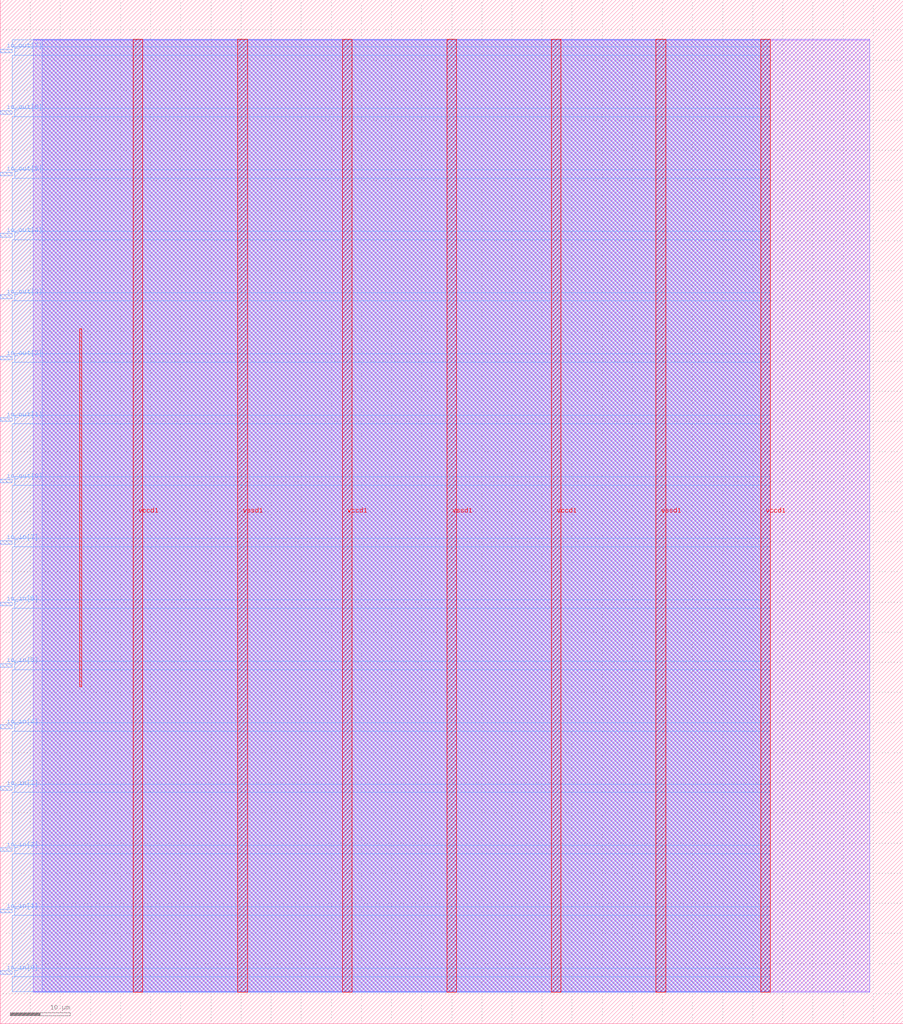
<source format=lef>
VERSION 5.7 ;
  NOWIREEXTENSIONATPIN ON ;
  DIVIDERCHAR "/" ;
  BUSBITCHARS "[]" ;
MACRO vaishnavachath_rotary_toplevel
  CLASS BLOCK ;
  FOREIGN vaishnavachath_rotary_toplevel ;
  ORIGIN 0.000 0.000 ;
  SIZE 150.000 BY 170.000 ;
  PIN io_in[0]
    DIRECTION INPUT ;
    USE SIGNAL ;
    PORT
      LAYER met3 ;
        RECT 0.000 8.200 2.000 8.800 ;
    END
  END io_in[0]
  PIN io_in[1]
    DIRECTION INPUT ;
    USE SIGNAL ;
    PORT
      LAYER met3 ;
        RECT 0.000 18.400 2.000 19.000 ;
    END
  END io_in[1]
  PIN io_in[2]
    DIRECTION INPUT ;
    USE SIGNAL ;
    PORT
      LAYER met3 ;
        RECT 0.000 28.600 2.000 29.200 ;
    END
  END io_in[2]
  PIN io_in[3]
    DIRECTION INPUT ;
    USE SIGNAL ;
    PORT
      LAYER met3 ;
        RECT 0.000 38.800 2.000 39.400 ;
    END
  END io_in[3]
  PIN io_in[4]
    DIRECTION INPUT ;
    USE SIGNAL ;
    PORT
      LAYER met3 ;
        RECT 0.000 49.000 2.000 49.600 ;
    END
  END io_in[4]
  PIN io_in[5]
    DIRECTION INPUT ;
    USE SIGNAL ;
    PORT
      LAYER met3 ;
        RECT 0.000 59.200 2.000 59.800 ;
    END
  END io_in[5]
  PIN io_in[6]
    DIRECTION INPUT ;
    USE SIGNAL ;
    PORT
      LAYER met3 ;
        RECT 0.000 69.400 2.000 70.000 ;
    END
  END io_in[6]
  PIN io_in[7]
    DIRECTION INPUT ;
    USE SIGNAL ;
    PORT
      LAYER met3 ;
        RECT 0.000 79.600 2.000 80.200 ;
    END
  END io_in[7]
  PIN io_out[0]
    DIRECTION OUTPUT TRISTATE ;
    USE SIGNAL ;
    PORT
      LAYER met3 ;
        RECT 0.000 89.800 2.000 90.400 ;
    END
  END io_out[0]
  PIN io_out[1]
    DIRECTION OUTPUT TRISTATE ;
    USE SIGNAL ;
    PORT
      LAYER met3 ;
        RECT 0.000 100.000 2.000 100.600 ;
    END
  END io_out[1]
  PIN io_out[2]
    DIRECTION OUTPUT TRISTATE ;
    USE SIGNAL ;
    PORT
      LAYER met3 ;
        RECT 0.000 110.200 2.000 110.800 ;
    END
  END io_out[2]
  PIN io_out[3]
    DIRECTION OUTPUT TRISTATE ;
    USE SIGNAL ;
    PORT
      LAYER met3 ;
        RECT 0.000 120.400 2.000 121.000 ;
    END
  END io_out[3]
  PIN io_out[4]
    DIRECTION OUTPUT TRISTATE ;
    USE SIGNAL ;
    PORT
      LAYER met3 ;
        RECT 0.000 130.600 2.000 131.200 ;
    END
  END io_out[4]
  PIN io_out[5]
    DIRECTION OUTPUT TRISTATE ;
    USE SIGNAL ;
    PORT
      LAYER met3 ;
        RECT 0.000 140.800 2.000 141.400 ;
    END
  END io_out[5]
  PIN io_out[6]
    DIRECTION OUTPUT TRISTATE ;
    USE SIGNAL ;
    PORT
      LAYER met3 ;
        RECT 0.000 151.000 2.000 151.600 ;
    END
  END io_out[6]
  PIN io_out[7]
    DIRECTION OUTPUT TRISTATE ;
    USE SIGNAL ;
    PORT
      LAYER met3 ;
        RECT 0.000 161.200 2.000 161.800 ;
    END
  END io_out[7]
  PIN vccd1
    DIRECTION INOUT ;
    USE POWER ;
    PORT
      LAYER met4 ;
        RECT 22.090 5.200 23.690 163.440 ;
    END
    PORT
      LAYER met4 ;
        RECT 56.830 5.200 58.430 163.440 ;
    END
    PORT
      LAYER met4 ;
        RECT 91.570 5.200 93.170 163.440 ;
    END
    PORT
      LAYER met4 ;
        RECT 126.310 5.200 127.910 163.440 ;
    END
  END vccd1
  PIN vssd1
    DIRECTION INOUT ;
    USE GROUND ;
    PORT
      LAYER met4 ;
        RECT 39.460 5.200 41.060 163.440 ;
    END
    PORT
      LAYER met4 ;
        RECT 74.200 5.200 75.800 163.440 ;
    END
    PORT
      LAYER met4 ;
        RECT 108.940 5.200 110.540 163.440 ;
    END
  END vssd1
  OBS
      LAYER li1 ;
        RECT 5.520 5.355 144.440 163.285 ;
      LAYER met1 ;
        RECT 5.520 5.200 144.440 163.440 ;
      LAYER met2 ;
        RECT 6.990 5.255 127.880 163.385 ;
      LAYER met3 ;
        RECT 2.000 162.200 127.900 163.365 ;
        RECT 2.400 160.800 127.900 162.200 ;
        RECT 2.000 152.000 127.900 160.800 ;
        RECT 2.400 150.600 127.900 152.000 ;
        RECT 2.000 141.800 127.900 150.600 ;
        RECT 2.400 140.400 127.900 141.800 ;
        RECT 2.000 131.600 127.900 140.400 ;
        RECT 2.400 130.200 127.900 131.600 ;
        RECT 2.000 121.400 127.900 130.200 ;
        RECT 2.400 120.000 127.900 121.400 ;
        RECT 2.000 111.200 127.900 120.000 ;
        RECT 2.400 109.800 127.900 111.200 ;
        RECT 2.000 101.000 127.900 109.800 ;
        RECT 2.400 99.600 127.900 101.000 ;
        RECT 2.000 90.800 127.900 99.600 ;
        RECT 2.400 89.400 127.900 90.800 ;
        RECT 2.000 80.600 127.900 89.400 ;
        RECT 2.400 79.200 127.900 80.600 ;
        RECT 2.000 70.400 127.900 79.200 ;
        RECT 2.400 69.000 127.900 70.400 ;
        RECT 2.000 60.200 127.900 69.000 ;
        RECT 2.400 58.800 127.900 60.200 ;
        RECT 2.000 50.000 127.900 58.800 ;
        RECT 2.400 48.600 127.900 50.000 ;
        RECT 2.000 39.800 127.900 48.600 ;
        RECT 2.400 38.400 127.900 39.800 ;
        RECT 2.000 29.600 127.900 38.400 ;
        RECT 2.400 28.200 127.900 29.600 ;
        RECT 2.000 19.400 127.900 28.200 ;
        RECT 2.400 18.000 127.900 19.400 ;
        RECT 2.000 9.200 127.900 18.000 ;
        RECT 2.400 7.800 127.900 9.200 ;
        RECT 2.000 5.275 127.900 7.800 ;
      LAYER met4 ;
        RECT 13.175 55.935 13.505 115.425 ;
  END
END vaishnavachath_rotary_toplevel
END LIBRARY


</source>
